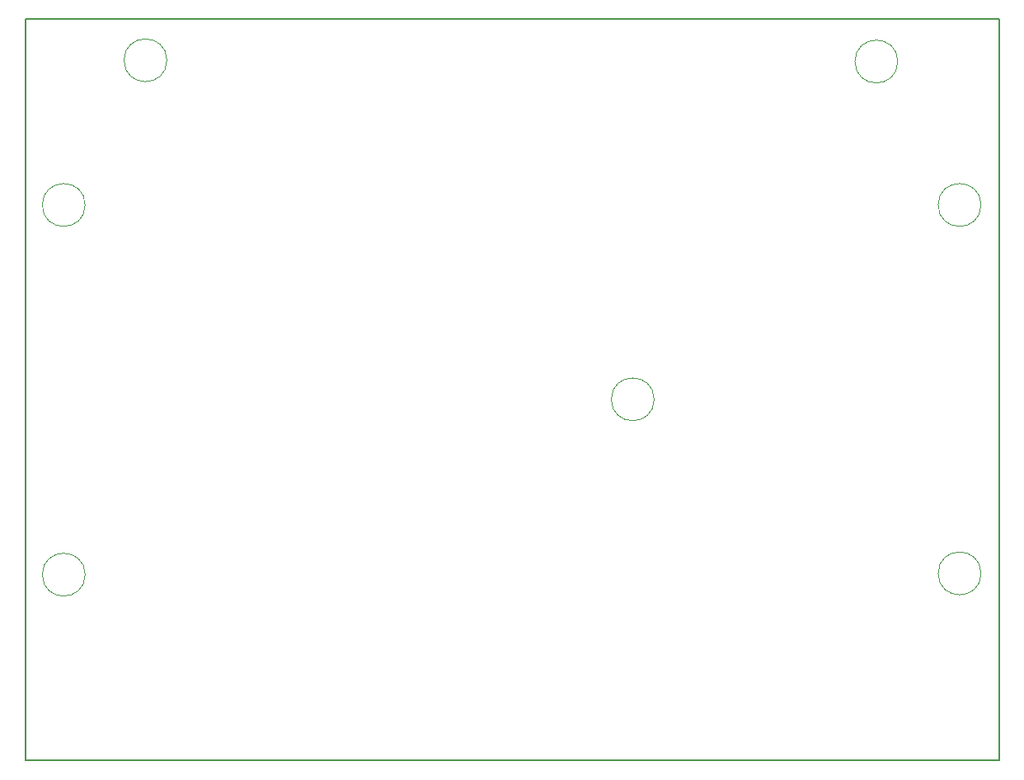
<source format=gbr>
%TF.GenerationSoftware,KiCad,Pcbnew,9.0.3*%
%TF.CreationDate,2025-08-21T00:35:25-03:00*%
%TF.ProjectId,PCB_Inversor,5043425f-496e-4766-9572-736f722e6b69,rev?*%
%TF.SameCoordinates,Original*%
%TF.FileFunction,Profile,NP*%
%FSLAX46Y46*%
G04 Gerber Fmt 4.6, Leading zero omitted, Abs format (unit mm)*
G04 Created by KiCad (PCBNEW 9.0.3) date 2025-08-21 00:35:25*
%MOMM*%
%LPD*%
G01*
G04 APERTURE LIST*
%TA.AperFunction,Profile*%
%ADD10C,0.100000*%
%TD*%
%TA.AperFunction,Profile*%
%ADD11C,0.050000*%
%TD*%
%TA.AperFunction,Profile*%
%ADD12C,0.200000*%
%TD*%
G04 APERTURE END LIST*
D10*
X153189000Y-93310137D02*
G75*
G02*
X148789000Y-93310137I-2200000J0D01*
G01*
X148789000Y-93310137D02*
G75*
G02*
X153189000Y-93310137I2200000J0D01*
G01*
D11*
X94757000Y-111329000D02*
G75*
G02*
X90357000Y-111329000I-2200000J0D01*
G01*
X90357000Y-111329000D02*
G75*
G02*
X94757000Y-111329000I2200000J0D01*
G01*
X186757000Y-73329000D02*
G75*
G02*
X182357000Y-73329000I-2200000J0D01*
G01*
X182357000Y-73329000D02*
G75*
G02*
X186757000Y-73329000I2200000J0D01*
G01*
X186757000Y-111204000D02*
G75*
G02*
X182357000Y-111204000I-2200000J0D01*
G01*
X182357000Y-111204000D02*
G75*
G02*
X186757000Y-111204000I2200000J0D01*
G01*
X94757000Y-73329000D02*
G75*
G02*
X90357000Y-73329000I-2200000J0D01*
G01*
X90357000Y-73329000D02*
G75*
G02*
X94757000Y-73329000I2200000J0D01*
G01*
D10*
X103151000Y-58456137D02*
G75*
G02*
X98751000Y-58456137I-2200000J0D01*
G01*
X98751000Y-58456137D02*
G75*
G02*
X103151000Y-58456137I2200000J0D01*
G01*
D12*
X88620500Y-54229000D02*
X188620500Y-54229000D01*
X188620500Y-130429000D01*
X88620500Y-130429000D01*
X88620500Y-54229000D01*
D10*
X178208000Y-58583137D02*
G75*
G02*
X173808000Y-58583137I-2200000J0D01*
G01*
X173808000Y-58583137D02*
G75*
G02*
X178208000Y-58583137I2200000J0D01*
G01*
M02*

</source>
